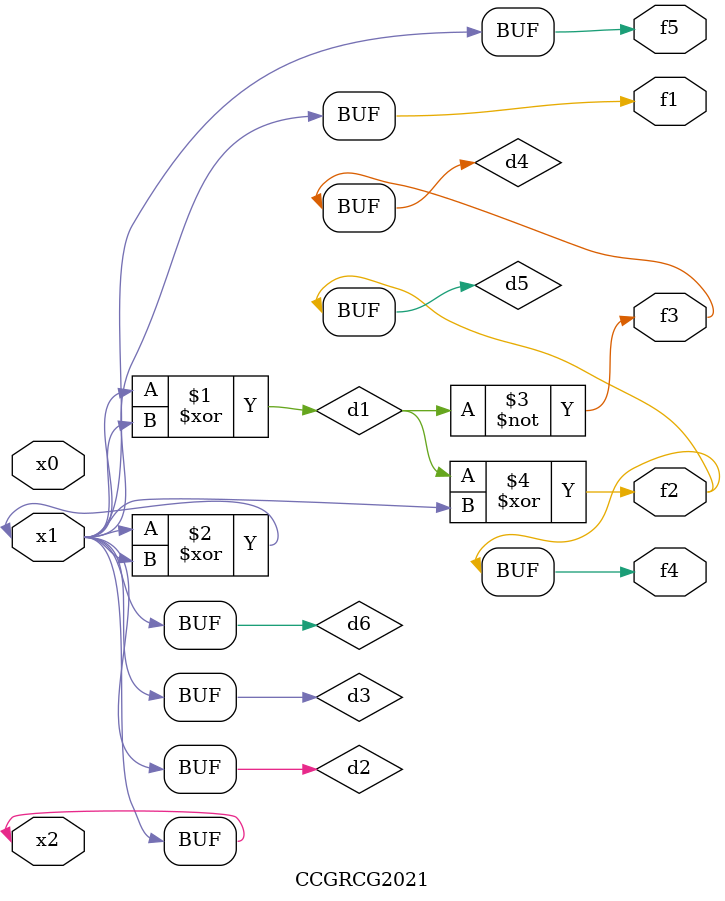
<source format=v>
module CCGRCG2021(
	input x0, x1, x2,
	output f1, f2, f3, f4, f5
);

	wire d1, d2, d3, d4, d5, d6;

	xor (d1, x1, x2);
	buf (d2, x1, x2);
	xor (d3, x1, x2);
	nor (d4, d1);
	xor (d5, d1, d2);
	buf (d6, d2, d3);
	assign f1 = d6;
	assign f2 = d5;
	assign f3 = d4;
	assign f4 = d5;
	assign f5 = d6;
endmodule

</source>
